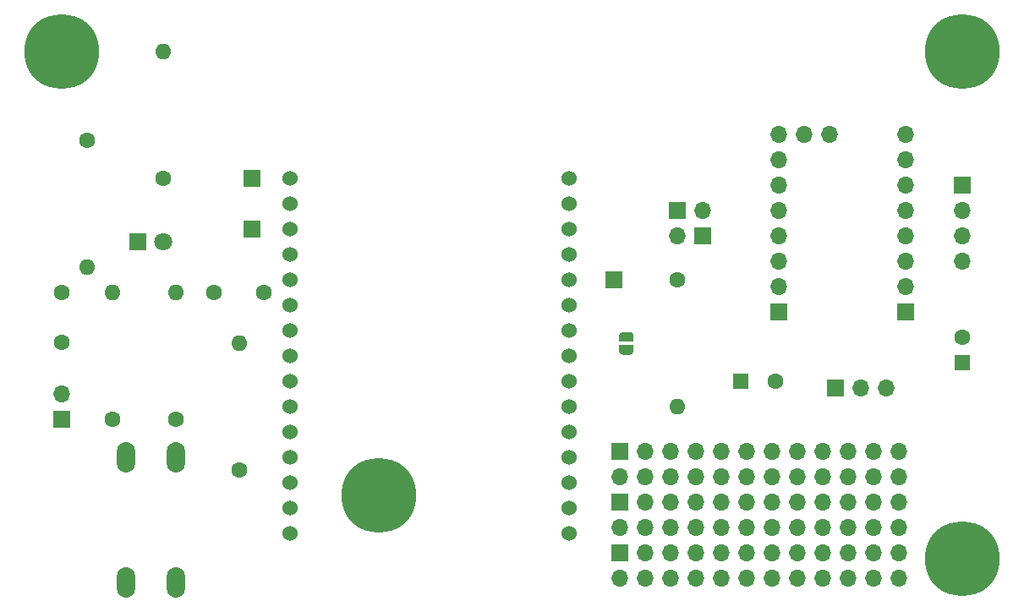
<source format=gts>
G04 #@! TF.GenerationSoftware,KiCad,Pcbnew,(5.1.12)-1*
G04 #@! TF.CreationDate,2022-02-06T22:11:33+01:00*
G04 #@! TF.ProjectId,curtain_wiring,63757274-6169-46e5-9f77-6972696e672e,rev?*
G04 #@! TF.SameCoordinates,Original*
G04 #@! TF.FileFunction,Soldermask,Top*
G04 #@! TF.FilePolarity,Negative*
%FSLAX46Y46*%
G04 Gerber Fmt 4.6, Leading zero omitted, Abs format (unit mm)*
G04 Created by KiCad (PCBNEW (5.1.12)-1) date 2022-02-06 22:11:33*
%MOMM*%
%LPD*%
G01*
G04 APERTURE LIST*
%ADD10R,1.700000X1.700000*%
%ADD11O,1.700000X1.700000*%
%ADD12C,1.600000*%
%ADD13R,1.600000X1.600000*%
%ADD14R,1.800000X1.800000*%
%ADD15C,1.800000*%
%ADD16C,4.700000*%
%ADD17C,7.500000*%
%ADD18C,0.100000*%
%ADD19O,1.600000X1.600000*%
%ADD20O,1.850000X3.048000*%
%ADD21C,1.524000*%
G04 APERTURE END LIST*
D10*
X137160000Y-113665000D03*
D11*
X137160000Y-116205000D03*
X139700000Y-113665000D03*
X139700000Y-116205000D03*
X142240000Y-113665000D03*
X142240000Y-116205000D03*
X144780000Y-113665000D03*
X144780000Y-116205000D03*
X147320000Y-113665000D03*
X147320000Y-116205000D03*
X149860000Y-113665000D03*
X149860000Y-116205000D03*
X152400000Y-113665000D03*
X152400000Y-116205000D03*
X154940000Y-113665000D03*
X154940000Y-116205000D03*
X157480000Y-113665000D03*
X157480000Y-116205000D03*
X160020000Y-113665000D03*
X160020000Y-116205000D03*
X162560000Y-113665000D03*
X162560000Y-116205000D03*
X165100000Y-113665000D03*
X165100000Y-116205000D03*
D12*
X101520000Y-92710000D03*
X96520000Y-92710000D03*
X81280000Y-92710000D03*
X81280000Y-97710000D03*
X171450000Y-97195000D03*
D13*
X171450000Y-99695000D03*
D12*
X152725000Y-101600000D03*
D13*
X149225000Y-101600000D03*
D14*
X88900000Y-87630000D03*
D15*
X91440000Y-87630000D03*
D16*
X81280000Y-68580000D03*
D17*
X81280000Y-68580000D03*
X171450000Y-68580000D03*
D16*
X171450000Y-68580000D03*
X171450000Y-119380000D03*
D17*
X171450000Y-119380000D03*
X113030000Y-113030000D03*
D16*
X113030000Y-113030000D03*
D10*
X153035000Y-94615000D03*
D11*
X153035000Y-92075000D03*
X153035000Y-89535000D03*
X153035000Y-86995000D03*
X153035000Y-84455000D03*
X153035000Y-81915000D03*
X153035000Y-79375000D03*
X153035000Y-76835000D03*
X155575000Y-76835000D03*
X158115000Y-76835000D03*
X165735000Y-76835000D03*
X165735000Y-79375000D03*
X165735000Y-81915000D03*
X165735000Y-84455000D03*
X165735000Y-86995000D03*
X165735000Y-89535000D03*
X165735000Y-92075000D03*
D10*
X165735000Y-94615000D03*
X158750000Y-102235000D03*
D11*
X161290000Y-102235000D03*
X163830000Y-102235000D03*
D10*
X81280000Y-105410000D03*
D11*
X81280000Y-102870000D03*
D10*
X100330000Y-81280000D03*
X136525000Y-91440000D03*
X137160000Y-108585000D03*
D11*
X137160000Y-111125000D03*
X139700000Y-108585000D03*
X139700000Y-111125000D03*
X142240000Y-108585000D03*
X142240000Y-111125000D03*
X144780000Y-108585000D03*
X144780000Y-111125000D03*
X147320000Y-108585000D03*
X147320000Y-111125000D03*
X149860000Y-108585000D03*
X149860000Y-111125000D03*
X152400000Y-108585000D03*
X152400000Y-111125000D03*
X154940000Y-108585000D03*
X154940000Y-111125000D03*
X157480000Y-108585000D03*
X157480000Y-111125000D03*
X160020000Y-108585000D03*
X160020000Y-111125000D03*
X162560000Y-108585000D03*
X162560000Y-111125000D03*
X165100000Y-108585000D03*
X165100000Y-111125000D03*
X165100000Y-121285000D03*
X165100000Y-118745000D03*
X162560000Y-121285000D03*
X162560000Y-118745000D03*
X160020000Y-121285000D03*
X160020000Y-118745000D03*
X157480000Y-121285000D03*
X157480000Y-118745000D03*
X154940000Y-121285000D03*
X154940000Y-118745000D03*
X152400000Y-121285000D03*
X152400000Y-118745000D03*
X149860000Y-121285000D03*
X149860000Y-118745000D03*
X147320000Y-121285000D03*
X147320000Y-118745000D03*
X144780000Y-121285000D03*
X144780000Y-118745000D03*
X142240000Y-121285000D03*
X142240000Y-118745000D03*
X139700000Y-121285000D03*
X139700000Y-118745000D03*
X137160000Y-121285000D03*
D10*
X137160000Y-118745000D03*
X100330000Y-86360000D03*
X142875000Y-84455000D03*
D11*
X142875000Y-86995000D03*
X145415000Y-84455000D03*
D10*
X145415000Y-86995000D03*
D18*
G36*
X138545000Y-97940000D02*
G01*
X138545000Y-98440000D01*
X138544398Y-98440000D01*
X138544398Y-98464534D01*
X138539588Y-98513365D01*
X138530016Y-98561490D01*
X138515772Y-98608445D01*
X138496995Y-98653778D01*
X138473864Y-98697051D01*
X138446604Y-98737850D01*
X138415476Y-98775779D01*
X138380779Y-98810476D01*
X138342850Y-98841604D01*
X138302051Y-98868864D01*
X138258778Y-98891995D01*
X138213445Y-98910772D01*
X138166490Y-98925016D01*
X138118365Y-98934588D01*
X138069534Y-98939398D01*
X138045000Y-98939398D01*
X138045000Y-98940000D01*
X137545000Y-98940000D01*
X137545000Y-98939398D01*
X137520466Y-98939398D01*
X137471635Y-98934588D01*
X137423510Y-98925016D01*
X137376555Y-98910772D01*
X137331222Y-98891995D01*
X137287949Y-98868864D01*
X137247150Y-98841604D01*
X137209221Y-98810476D01*
X137174524Y-98775779D01*
X137143396Y-98737850D01*
X137116136Y-98697051D01*
X137093005Y-98653778D01*
X137074228Y-98608445D01*
X137059984Y-98561490D01*
X137050412Y-98513365D01*
X137045602Y-98464534D01*
X137045602Y-98440000D01*
X137045000Y-98440000D01*
X137045000Y-97940000D01*
X138545000Y-97940000D01*
G37*
G36*
X137045602Y-97140000D02*
G01*
X137045602Y-97115466D01*
X137050412Y-97066635D01*
X137059984Y-97018510D01*
X137074228Y-96971555D01*
X137093005Y-96926222D01*
X137116136Y-96882949D01*
X137143396Y-96842150D01*
X137174524Y-96804221D01*
X137209221Y-96769524D01*
X137247150Y-96738396D01*
X137287949Y-96711136D01*
X137331222Y-96688005D01*
X137376555Y-96669228D01*
X137423510Y-96654984D01*
X137471635Y-96645412D01*
X137520466Y-96640602D01*
X137545000Y-96640602D01*
X137545000Y-96640000D01*
X138045000Y-96640000D01*
X138045000Y-96640602D01*
X138069534Y-96640602D01*
X138118365Y-96645412D01*
X138166490Y-96654984D01*
X138213445Y-96669228D01*
X138258778Y-96688005D01*
X138302051Y-96711136D01*
X138342850Y-96738396D01*
X138380779Y-96769524D01*
X138415476Y-96804221D01*
X138446604Y-96842150D01*
X138473864Y-96882949D01*
X138496995Y-96926222D01*
X138515772Y-96971555D01*
X138530016Y-97018510D01*
X138539588Y-97066635D01*
X138544398Y-97115466D01*
X138544398Y-97140000D01*
X138545000Y-97140000D01*
X138545000Y-97640000D01*
X137045000Y-97640000D01*
X137045000Y-97140000D01*
X137045602Y-97140000D01*
G37*
D10*
X171450000Y-81915000D03*
D11*
X171450000Y-84455000D03*
X171450000Y-86995000D03*
X171450000Y-89535000D03*
D12*
X91440000Y-81280000D03*
D19*
X91440000Y-68580000D03*
X142875000Y-104140000D03*
D12*
X142875000Y-91440000D03*
D19*
X92710000Y-92710000D03*
D12*
X92710000Y-105410000D03*
D19*
X83820000Y-90170000D03*
D12*
X83820000Y-77470000D03*
X86360000Y-105410000D03*
D19*
X86360000Y-92710000D03*
D12*
X99060000Y-110490000D03*
D19*
X99060000Y-97790000D03*
D20*
X92710000Y-121720000D03*
X87710000Y-121720000D03*
X92710000Y-109220000D03*
X87710000Y-109220000D03*
D21*
X104140000Y-81280000D03*
X104140000Y-83820000D03*
X104140000Y-86360000D03*
X104140000Y-88900000D03*
X104140000Y-91440000D03*
X104140000Y-93980000D03*
X104140000Y-96520000D03*
X104140000Y-99060000D03*
X104140000Y-101600000D03*
X104140000Y-104140000D03*
X104140000Y-106680000D03*
X104140000Y-109220000D03*
X104140000Y-111760000D03*
X104140000Y-114300000D03*
X104140000Y-116840000D03*
X132080000Y-116840000D03*
X132080000Y-114300000D03*
X132080000Y-111760000D03*
X132080000Y-109220000D03*
X132080000Y-106680000D03*
X132080000Y-104140000D03*
X132080000Y-101600000D03*
X132080000Y-99060000D03*
X132080000Y-96520000D03*
X132080000Y-93980000D03*
X132080000Y-91440000D03*
X132080000Y-88900000D03*
X132080000Y-86360000D03*
X132080000Y-83820000D03*
X132080000Y-81280000D03*
M02*

</source>
